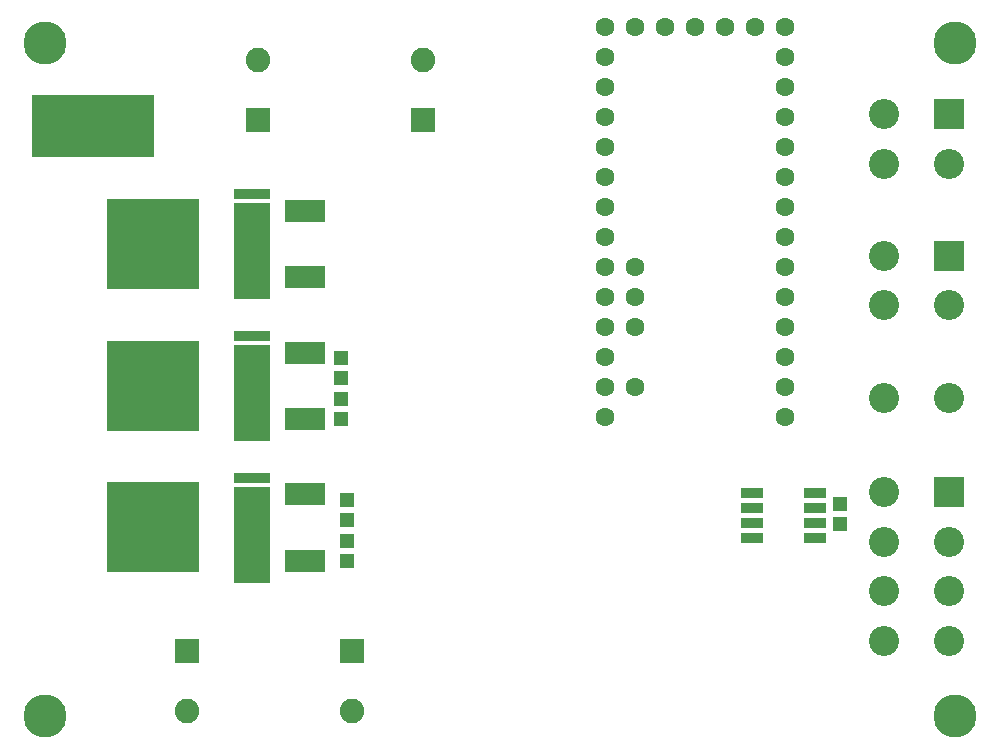
<source format=gbr>
G04 EAGLE Gerber RS-274X export*
G75*
%MOMM*%
%FSLAX34Y34*%
%LPD*%
%AMOC8*
5,1,8,0,0,1.08239X$1,22.5*%
G01*
%ADD10R,1.152400X1.252400*%
%ADD11R,3.352400X1.952400*%
%ADD12C,1.600200*%
%ADD13R,3.152400X8.152400*%
%ADD14R,3.152400X0.952400*%
%ADD15R,7.802400X7.652400*%
%ADD16C,2.082800*%
%ADD17R,2.082800X2.082800*%
%ADD18C,2.552400*%
%ADD19R,2.552400X2.552400*%
%ADD20C,3.652400*%
%ADD21R,10.312400X5.232400*%
%ADD22R,1.852400X0.852400*%


D10*
X295000Y171500D03*
X295000Y188500D03*
X295000Y223500D03*
X295000Y206500D03*
D11*
X260000Y228000D03*
X260000Y172000D03*
D12*
X665810Y293180D03*
X665810Y318580D03*
X665810Y343980D03*
X665810Y369380D03*
X665810Y394780D03*
X665810Y420180D03*
X665810Y445580D03*
X665810Y470980D03*
X665810Y496380D03*
X665810Y521780D03*
X665810Y547180D03*
X665810Y572580D03*
X665810Y597980D03*
X665810Y623380D03*
X640410Y623380D03*
X615010Y623380D03*
X589610Y623380D03*
X564210Y623380D03*
X538810Y623380D03*
X513410Y623380D03*
X513410Y597980D03*
X513410Y572580D03*
X513410Y547180D03*
X513410Y521780D03*
X513410Y496380D03*
X513410Y470980D03*
X513410Y445580D03*
X513410Y420180D03*
X513410Y394780D03*
X513410Y369380D03*
X513410Y343980D03*
X513410Y318580D03*
X513410Y293180D03*
X538810Y318580D03*
X538810Y369380D03*
X538810Y394780D03*
X538810Y420180D03*
D11*
X260000Y348000D03*
X260000Y292000D03*
D13*
X215000Y194000D03*
D14*
X215000Y242000D03*
D15*
X131450Y200000D03*
D13*
X215000Y314000D03*
D14*
X215000Y362000D03*
D15*
X131450Y320000D03*
D13*
X215000Y434000D03*
D14*
X215000Y482000D03*
D15*
X131450Y440000D03*
D10*
X290000Y291500D03*
X290000Y308500D03*
X290000Y343500D03*
X290000Y326500D03*
D16*
X220000Y595400D03*
D17*
X220000Y544600D03*
D16*
X360000Y595400D03*
D17*
X360000Y544600D03*
D16*
X160000Y44600D03*
D17*
X160000Y95400D03*
D18*
X750000Y230000D03*
D19*
X805000Y230000D03*
D18*
X750000Y188000D03*
X805000Y188000D03*
X750000Y146000D03*
X805000Y146000D03*
X750000Y104000D03*
X805000Y104000D03*
X750000Y430000D03*
X750000Y388000D03*
X805000Y388000D03*
D19*
X805000Y430000D03*
D18*
X750000Y550000D03*
X750000Y508000D03*
X805000Y508000D03*
D19*
X805000Y550000D03*
D20*
X40000Y40000D03*
X810000Y40000D03*
X40000Y610000D03*
X810000Y610000D03*
D11*
X260000Y468000D03*
X260000Y412000D03*
D21*
X80000Y540000D03*
D16*
X300000Y44600D03*
D17*
X300000Y95400D03*
D22*
X638000Y190950D03*
X638000Y203650D03*
X638000Y216350D03*
X638000Y229050D03*
X692000Y229050D03*
X692000Y216350D03*
X692000Y203650D03*
X692000Y190950D03*
D18*
X805000Y310000D03*
X750000Y310000D03*
D10*
X713000Y202500D03*
X713000Y219500D03*
M02*

</source>
